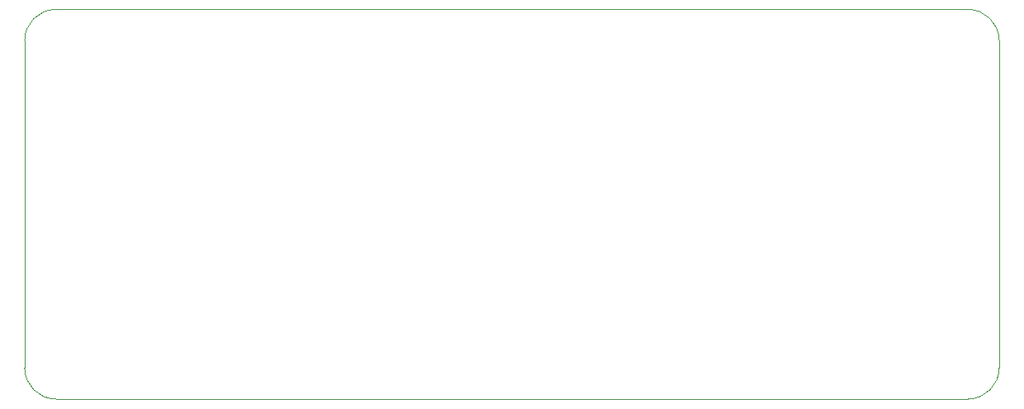
<source format=gbr>
G04 #@! TF.GenerationSoftware,KiCad,Pcbnew,(5.1.8)-1*
G04 #@! TF.CreationDate,2020-11-08T19:12:23+01:00*
G04 #@! TF.ProjectId,MainBoard,4d61696e-426f-4617-9264-2e6b69636164,rev?*
G04 #@! TF.SameCoordinates,Original*
G04 #@! TF.FileFunction,Profile,NP*
%FSLAX46Y46*%
G04 Gerber Fmt 4.6, Leading zero omitted, Abs format (unit mm)*
G04 Created by KiCad (PCBNEW (5.1.8)-1) date 2020-11-08 19:12:23*
%MOMM*%
%LPD*%
G01*
G04 APERTURE LIST*
G04 #@! TA.AperFunction,Profile*
%ADD10C,0.050000*%
G04 #@! TD*
G04 APERTURE END LIST*
D10*
X23200000Y-60000000D02*
G75*
G02*
X20000000Y-56800000I0J3200000D01*
G01*
X20000000Y-23200000D02*
G75*
G02*
X23200000Y-20000000I3200000J0D01*
G01*
X116800000Y-20000000D02*
G75*
G02*
X120000000Y-23200000I0J-3200000D01*
G01*
X120000000Y-56800000D02*
G75*
G02*
X116800000Y-60000000I-3200000J0D01*
G01*
X20000000Y-56800000D02*
X20000000Y-23200000D01*
X116800000Y-60000000D02*
X23200000Y-60000000D01*
X120000000Y-23200000D02*
X120000000Y-56800000D01*
X23200000Y-20000000D02*
X116800000Y-20000000D01*
M02*

</source>
